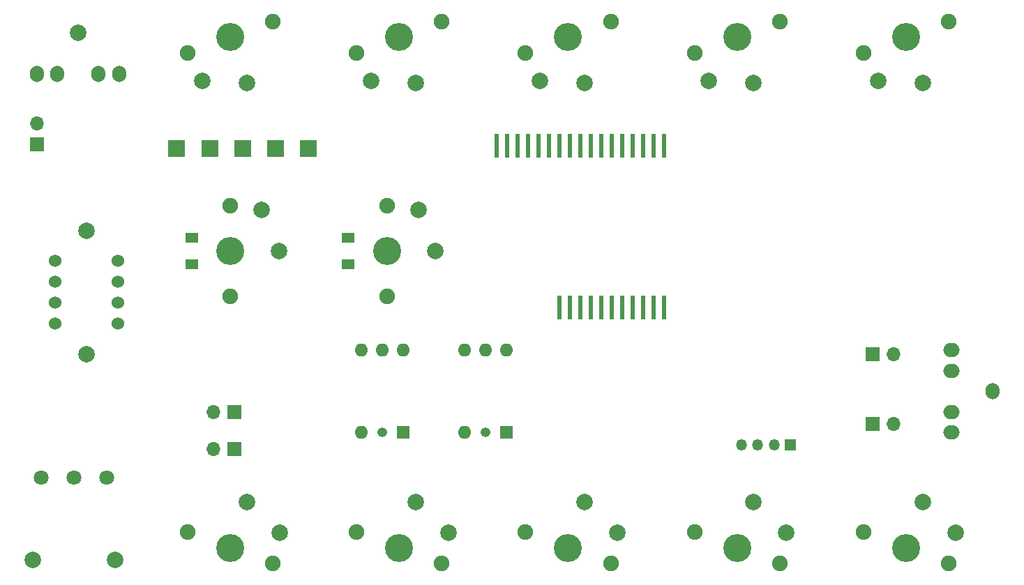
<source format=gbs>
G04 #@! TF.GenerationSoftware,KiCad,Pcbnew,(5.1.8)-1*
G04 #@! TF.CreationDate,2023-04-24T00:28:35+09:00*
G04 #@! TF.ProjectId,windsynth,77696e64-7379-46e7-9468-2e6b69636164,rev?*
G04 #@! TF.SameCoordinates,Original*
G04 #@! TF.FileFunction,Soldermask,Bot*
G04 #@! TF.FilePolarity,Negative*
%FSLAX46Y46*%
G04 Gerber Fmt 4.6, Leading zero omitted, Abs format (unit mm)*
G04 Created by KiCad (PCBNEW (5.1.8)-1) date 2023-04-24 00:28:35*
%MOMM*%
%LPD*%
G01*
G04 APERTURE LIST*
%ADD10O,1.700000X1.700000*%
%ADD11R,1.700000X1.700000*%
%ADD12R,1.350000X1.350000*%
%ADD13O,1.350000X1.350000*%
%ADD14R,1.600000X1.600000*%
%ADD15O,1.600000X1.600000*%
%ADD16O,1.200000X1.200000*%
%ADD17C,1.524000*%
%ADD18C,2.000000*%
%ADD19O,1.700000X2.000000*%
%ADD20O,2.000000X1.700000*%
%ADD21C,1.900000*%
%ADD22C,3.400000*%
%ADD23R,1.500000X1.200000*%
%ADD24C,1.800000*%
%ADD25R,0.600000X3.000000*%
%ADD26R,2.000000X2.000000*%
G04 APERTURE END LIST*
D10*
G04 #@! TO.C,10u*
X127500000Y-71460000D03*
D11*
X127500000Y-74000000D03*
G04 #@! TD*
D12*
G04 #@! TO.C,I2C*
X219000000Y-110500000D03*
D13*
X217000000Y-110500000D03*
X215000000Y-110500000D03*
X213000000Y-110500000D03*
G04 #@! TD*
D14*
G04 #@! TO.C,BreathSensor1*
X172000000Y-109000000D03*
D15*
X166920000Y-99000000D03*
D16*
X169460000Y-109000000D03*
D15*
X169460000Y-99000000D03*
X166900000Y-109000000D03*
X172000000Y-99000000D03*
G04 #@! TD*
D17*
G04 #@! TO.C,AE-PAM8012*
X137310000Y-88190000D03*
X137310000Y-90730000D03*
X137310000Y-93270000D03*
X137310000Y-95810000D03*
X129690000Y-88190000D03*
X129690000Y-90730000D03*
X129690000Y-93270000D03*
X129690000Y-95810000D03*
G04 #@! TD*
D18*
G04 #@! TO.C,Speaker*
X133500000Y-84500000D03*
X133500000Y-99500000D03*
G04 #@! TD*
G04 #@! TO.C,HEADPHONE*
X132500000Y-60500000D03*
D19*
X127500000Y-65500000D03*
X130000000Y-65500000D03*
X135000000Y-65500000D03*
X137500000Y-65500000D03*
G04 #@! TD*
D20*
G04 #@! TO.C,MIDI-TRS*
X238500000Y-109000000D03*
X238500000Y-106500000D03*
X238500000Y-101500000D03*
X238500000Y-99000000D03*
D19*
X243500000Y-104000000D03*
G04 #@! TD*
D21*
G04 #@! TO.C,KeyA*
X176668309Y-59118889D03*
X166331691Y-62881111D03*
D22*
X171500000Y-61000000D03*
D18*
X168101213Y-66280933D03*
X173517919Y-66544186D03*
G04 #@! TD*
G04 #@! TO.C,KeyB*
X153017919Y-66544186D03*
X147601213Y-66280933D03*
D22*
X151000000Y-61000000D03*
D21*
X145831691Y-62881111D03*
X156168309Y-59118889D03*
G04 #@! TD*
D18*
G04 #@! TO.C,KeyD*
X194017919Y-117455814D03*
X197998140Y-121139269D03*
D22*
X192000000Y-123000000D03*
D21*
X197168309Y-124881111D03*
X186831691Y-121118889D03*
G04 #@! TD*
G04 #@! TO.C,KeyEb*
X207331691Y-121118889D03*
X217668309Y-124881111D03*
D22*
X212500000Y-123000000D03*
D18*
X218498140Y-121139269D03*
X214517919Y-117455814D03*
G04 #@! TD*
D21*
G04 #@! TO.C,KeyE*
X166331691Y-121118889D03*
X176668309Y-124881111D03*
D22*
X171500000Y-123000000D03*
D18*
X177498140Y-121139269D03*
X173517919Y-117455814D03*
G04 #@! TD*
G04 #@! TO.C,KeyF*
X153017919Y-117455814D03*
X156998140Y-121139269D03*
D22*
X151000000Y-123000000D03*
D21*
X156168309Y-124881111D03*
X145831691Y-121118889D03*
G04 #@! TD*
G04 #@! TO.C,KeyG*
X197168309Y-59118889D03*
X186831691Y-62881111D03*
D22*
X192000000Y-61000000D03*
D18*
X188601213Y-66280933D03*
X194017919Y-66544186D03*
G04 #@! TD*
G04 #@! TO.C,KeyGs*
X214517919Y-66544186D03*
X209101213Y-66280933D03*
D22*
X212500000Y-61000000D03*
D21*
X207331691Y-62881111D03*
X217668309Y-59118889D03*
G04 #@! TD*
D18*
G04 #@! TO.C,KeyLowC*
X235017919Y-117455814D03*
X238998140Y-121139269D03*
D22*
X233000000Y-123000000D03*
D21*
X238168309Y-124881111D03*
X227831691Y-121118889D03*
G04 #@! TD*
G04 #@! TO.C,KeyLowCs*
X238168309Y-59118889D03*
X227831691Y-62881111D03*
D22*
X233000000Y-61000000D03*
D18*
X229601213Y-66280933D03*
X235017919Y-66544186D03*
G04 #@! TD*
D23*
G04 #@! TO.C,OctDown*
X165300000Y-85400000D03*
X165300000Y-88600000D03*
D21*
X170000000Y-92500000D03*
X170000000Y-81500000D03*
D22*
X170000000Y-87000000D03*
D18*
X173800000Y-82000000D03*
X175900000Y-87000000D03*
G04 #@! TD*
G04 #@! TO.C,OctUp*
X156900000Y-87000000D03*
X154800000Y-82000000D03*
D22*
X151000000Y-87000000D03*
D21*
X151000000Y-81500000D03*
X151000000Y-92500000D03*
D23*
X146300000Y-88600000D03*
X146300000Y-85400000D03*
G04 #@! TD*
D11*
G04 #@! TO.C,56k*
X151500000Y-111000000D03*
D10*
X148960000Y-111000000D03*
G04 #@! TD*
D11*
G04 #@! TO.C,220*
X151500000Y-106500000D03*
D10*
X148960000Y-106500000D03*
G04 #@! TD*
G04 #@! TO.C,47*
X231540000Y-99500000D03*
D11*
X229000000Y-99500000D03*
G04 #@! TD*
G04 #@! TO.C,47*
X229000000Y-108000000D03*
D10*
X231540000Y-108000000D03*
G04 #@! TD*
D18*
G04 #@! TO.C,VOLUME*
X127000000Y-124500000D03*
D24*
X128000000Y-114500000D03*
X132000000Y-114500000D03*
X136000000Y-114500000D03*
D18*
X137000000Y-124500000D03*
G04 #@! TD*
D25*
G04 #@! TO.C,M5StampS3*
X203660000Y-74200000D03*
X202390000Y-74200000D03*
X201120000Y-74200000D03*
X199850000Y-74200000D03*
X198580000Y-74200000D03*
X197310000Y-74200000D03*
X196040000Y-74200000D03*
X194770000Y-74200000D03*
X193500000Y-74200000D03*
X192230000Y-74200000D03*
X190960000Y-74200000D03*
X203660000Y-93800000D03*
X201120000Y-93800000D03*
X199850000Y-93800000D03*
X202390000Y-93800000D03*
X196040000Y-93800000D03*
X197310000Y-93800000D03*
X198580000Y-93800000D03*
X194770000Y-93800000D03*
X192230000Y-93800000D03*
X193500000Y-93800000D03*
X190960000Y-93800000D03*
X184630000Y-74200000D03*
X188440000Y-74200000D03*
X189710000Y-74200000D03*
X187170000Y-74200000D03*
X185900000Y-74200000D03*
X183360000Y-74200000D03*
G04 #@! TD*
D14*
G04 #@! TO.C,BreathSensor2*
X184500000Y-109000000D03*
D15*
X179420000Y-99000000D03*
D16*
X181960000Y-109000000D03*
D15*
X181960000Y-99000000D03*
X179400000Y-109000000D03*
X184500000Y-99000000D03*
G04 #@! TD*
D26*
G04 #@! TO.C,J8*
X144500000Y-74500000D03*
G04 #@! TD*
G04 #@! TO.C,J9*
X148500000Y-74500000D03*
G04 #@! TD*
G04 #@! TO.C,J10*
X152500000Y-74500000D03*
G04 #@! TD*
G04 #@! TO.C,J11*
X156500000Y-74500000D03*
G04 #@! TD*
G04 #@! TO.C,J12*
X160500000Y-74500000D03*
G04 #@! TD*
M02*

</source>
